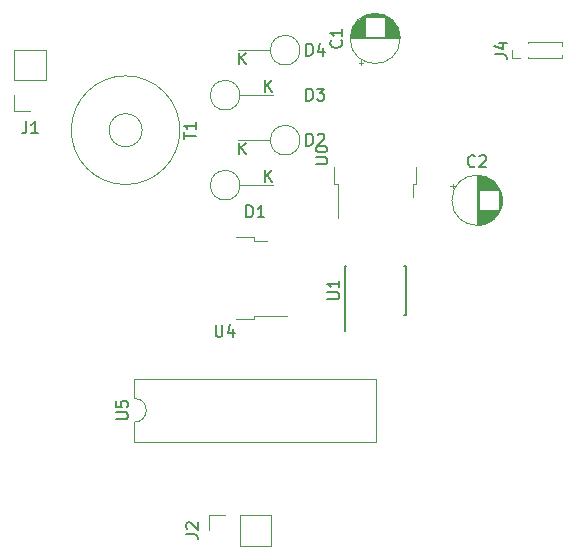
<source format=gbr>
G04 #@! TF.GenerationSoftware,KiCad,Pcbnew,(5.0.0)*
G04 #@! TF.CreationDate,2022-12-05T21:19:23-03:00*
G04 #@! TF.ProjectId,Projeto final,50726F6A65746F2066696E616C2E6B69,rev?*
G04 #@! TF.SameCoordinates,Original*
G04 #@! TF.FileFunction,Legend,Top*
G04 #@! TF.FilePolarity,Positive*
%FSLAX46Y46*%
G04 Gerber Fmt 4.6, Leading zero omitted, Abs format (unit mm)*
G04 Created by KiCad (PCBNEW (5.0.0)) date 12/05/22 21:19:23*
%MOMM*%
%LPD*%
G01*
G04 APERTURE LIST*
%ADD10C,0.120000*%
%ADD11C,0.150000*%
G04 APERTURE END LIST*
D10*
G04 #@! TO.C,C1*
X140600000Y-80430000D02*
G75*
G03X140600000Y-80430000I-2120000J0D01*
G01*
X136400000Y-80430000D02*
X140560000Y-80430000D01*
X136400000Y-80390000D02*
X140560000Y-80390000D01*
X136401000Y-80350000D02*
X140559000Y-80350000D01*
X136403000Y-80310000D02*
X140557000Y-80310000D01*
X136406000Y-80270000D02*
X140554000Y-80270000D01*
X136409000Y-80230000D02*
X137640000Y-80230000D01*
X139320000Y-80230000D02*
X140551000Y-80230000D01*
X136413000Y-80190000D02*
X137640000Y-80190000D01*
X139320000Y-80190000D02*
X140547000Y-80190000D01*
X136418000Y-80150000D02*
X137640000Y-80150000D01*
X139320000Y-80150000D02*
X140542000Y-80150000D01*
X136424000Y-80110000D02*
X137640000Y-80110000D01*
X139320000Y-80110000D02*
X140536000Y-80110000D01*
X136430000Y-80070000D02*
X137640000Y-80070000D01*
X139320000Y-80070000D02*
X140530000Y-80070000D01*
X136438000Y-80030000D02*
X137640000Y-80030000D01*
X139320000Y-80030000D02*
X140522000Y-80030000D01*
X136446000Y-79990000D02*
X137640000Y-79990000D01*
X139320000Y-79990000D02*
X140514000Y-79990000D01*
X136455000Y-79950000D02*
X137640000Y-79950000D01*
X139320000Y-79950000D02*
X140505000Y-79950000D01*
X136464000Y-79910000D02*
X137640000Y-79910000D01*
X139320000Y-79910000D02*
X140496000Y-79910000D01*
X136475000Y-79870000D02*
X137640000Y-79870000D01*
X139320000Y-79870000D02*
X140485000Y-79870000D01*
X136486000Y-79830000D02*
X137640000Y-79830000D01*
X139320000Y-79830000D02*
X140474000Y-79830000D01*
X136498000Y-79790000D02*
X137640000Y-79790000D01*
X139320000Y-79790000D02*
X140462000Y-79790000D01*
X136512000Y-79750000D02*
X137640000Y-79750000D01*
X139320000Y-79750000D02*
X140448000Y-79750000D01*
X136526000Y-79709000D02*
X137640000Y-79709000D01*
X139320000Y-79709000D02*
X140434000Y-79709000D01*
X136540000Y-79669000D02*
X137640000Y-79669000D01*
X139320000Y-79669000D02*
X140420000Y-79669000D01*
X136556000Y-79629000D02*
X137640000Y-79629000D01*
X139320000Y-79629000D02*
X140404000Y-79629000D01*
X136573000Y-79589000D02*
X137640000Y-79589000D01*
X139320000Y-79589000D02*
X140387000Y-79589000D01*
X136591000Y-79549000D02*
X137640000Y-79549000D01*
X139320000Y-79549000D02*
X140369000Y-79549000D01*
X136610000Y-79509000D02*
X137640000Y-79509000D01*
X139320000Y-79509000D02*
X140350000Y-79509000D01*
X136629000Y-79469000D02*
X137640000Y-79469000D01*
X139320000Y-79469000D02*
X140331000Y-79469000D01*
X136650000Y-79429000D02*
X137640000Y-79429000D01*
X139320000Y-79429000D02*
X140310000Y-79429000D01*
X136672000Y-79389000D02*
X137640000Y-79389000D01*
X139320000Y-79389000D02*
X140288000Y-79389000D01*
X136695000Y-79349000D02*
X137640000Y-79349000D01*
X139320000Y-79349000D02*
X140265000Y-79349000D01*
X136720000Y-79309000D02*
X137640000Y-79309000D01*
X139320000Y-79309000D02*
X140240000Y-79309000D01*
X136745000Y-79269000D02*
X137640000Y-79269000D01*
X139320000Y-79269000D02*
X140215000Y-79269000D01*
X136772000Y-79229000D02*
X137640000Y-79229000D01*
X139320000Y-79229000D02*
X140188000Y-79229000D01*
X136800000Y-79189000D02*
X137640000Y-79189000D01*
X139320000Y-79189000D02*
X140160000Y-79189000D01*
X136830000Y-79149000D02*
X137640000Y-79149000D01*
X139320000Y-79149000D02*
X140130000Y-79149000D01*
X136861000Y-79109000D02*
X137640000Y-79109000D01*
X139320000Y-79109000D02*
X140099000Y-79109000D01*
X136893000Y-79069000D02*
X137640000Y-79069000D01*
X139320000Y-79069000D02*
X140067000Y-79069000D01*
X136928000Y-79029000D02*
X137640000Y-79029000D01*
X139320000Y-79029000D02*
X140032000Y-79029000D01*
X136964000Y-78989000D02*
X137640000Y-78989000D01*
X139320000Y-78989000D02*
X139996000Y-78989000D01*
X137002000Y-78949000D02*
X137640000Y-78949000D01*
X139320000Y-78949000D02*
X139958000Y-78949000D01*
X137042000Y-78909000D02*
X137640000Y-78909000D01*
X139320000Y-78909000D02*
X139918000Y-78909000D01*
X137084000Y-78869000D02*
X137640000Y-78869000D01*
X139320000Y-78869000D02*
X139876000Y-78869000D01*
X137129000Y-78829000D02*
X137640000Y-78829000D01*
X139320000Y-78829000D02*
X139831000Y-78829000D01*
X137176000Y-78789000D02*
X137640000Y-78789000D01*
X139320000Y-78789000D02*
X139784000Y-78789000D01*
X137226000Y-78749000D02*
X137640000Y-78749000D01*
X139320000Y-78749000D02*
X139734000Y-78749000D01*
X137280000Y-78709000D02*
X137640000Y-78709000D01*
X139320000Y-78709000D02*
X139680000Y-78709000D01*
X137338000Y-78669000D02*
X137640000Y-78669000D01*
X139320000Y-78669000D02*
X139622000Y-78669000D01*
X137400000Y-78629000D02*
X137640000Y-78629000D01*
X139320000Y-78629000D02*
X139560000Y-78629000D01*
X137467000Y-78589000D02*
X139493000Y-78589000D01*
X137540000Y-78549000D02*
X139420000Y-78549000D01*
X137621000Y-78509000D02*
X139339000Y-78509000D01*
X137712000Y-78469000D02*
X139248000Y-78469000D01*
X137816000Y-78429000D02*
X139144000Y-78429000D01*
X137943000Y-78389000D02*
X139017000Y-78389000D01*
X138110000Y-78349000D02*
X138850000Y-78349000D01*
X137285000Y-82699801D02*
X137285000Y-82299801D01*
X137085000Y-82499801D02*
X137485000Y-82499801D01*
G04 #@! TO.C,C2*
X145030199Y-92735000D02*
X145030199Y-93135000D01*
X144830199Y-92935000D02*
X145230199Y-92935000D01*
X149181000Y-93760000D02*
X149181000Y-94500000D01*
X149141000Y-93593000D02*
X149141000Y-94667000D01*
X149101000Y-93466000D02*
X149101000Y-94794000D01*
X149061000Y-93362000D02*
X149061000Y-94898000D01*
X149021000Y-93271000D02*
X149021000Y-94989000D01*
X148981000Y-93190000D02*
X148981000Y-95070000D01*
X148941000Y-93117000D02*
X148941000Y-95143000D01*
X148901000Y-94970000D02*
X148901000Y-95210000D01*
X148901000Y-93050000D02*
X148901000Y-93290000D01*
X148861000Y-94970000D02*
X148861000Y-95272000D01*
X148861000Y-92988000D02*
X148861000Y-93290000D01*
X148821000Y-94970000D02*
X148821000Y-95330000D01*
X148821000Y-92930000D02*
X148821000Y-93290000D01*
X148781000Y-94970000D02*
X148781000Y-95384000D01*
X148781000Y-92876000D02*
X148781000Y-93290000D01*
X148741000Y-94970000D02*
X148741000Y-95434000D01*
X148741000Y-92826000D02*
X148741000Y-93290000D01*
X148701000Y-94970000D02*
X148701000Y-95481000D01*
X148701000Y-92779000D02*
X148701000Y-93290000D01*
X148661000Y-94970000D02*
X148661000Y-95526000D01*
X148661000Y-92734000D02*
X148661000Y-93290000D01*
X148621000Y-94970000D02*
X148621000Y-95568000D01*
X148621000Y-92692000D02*
X148621000Y-93290000D01*
X148581000Y-94970000D02*
X148581000Y-95608000D01*
X148581000Y-92652000D02*
X148581000Y-93290000D01*
X148541000Y-94970000D02*
X148541000Y-95646000D01*
X148541000Y-92614000D02*
X148541000Y-93290000D01*
X148501000Y-94970000D02*
X148501000Y-95682000D01*
X148501000Y-92578000D02*
X148501000Y-93290000D01*
X148461000Y-94970000D02*
X148461000Y-95717000D01*
X148461000Y-92543000D02*
X148461000Y-93290000D01*
X148421000Y-94970000D02*
X148421000Y-95749000D01*
X148421000Y-92511000D02*
X148421000Y-93290000D01*
X148381000Y-94970000D02*
X148381000Y-95780000D01*
X148381000Y-92480000D02*
X148381000Y-93290000D01*
X148341000Y-94970000D02*
X148341000Y-95810000D01*
X148341000Y-92450000D02*
X148341000Y-93290000D01*
X148301000Y-94970000D02*
X148301000Y-95838000D01*
X148301000Y-92422000D02*
X148301000Y-93290000D01*
X148261000Y-94970000D02*
X148261000Y-95865000D01*
X148261000Y-92395000D02*
X148261000Y-93290000D01*
X148221000Y-94970000D02*
X148221000Y-95890000D01*
X148221000Y-92370000D02*
X148221000Y-93290000D01*
X148181000Y-94970000D02*
X148181000Y-95915000D01*
X148181000Y-92345000D02*
X148181000Y-93290000D01*
X148141000Y-94970000D02*
X148141000Y-95938000D01*
X148141000Y-92322000D02*
X148141000Y-93290000D01*
X148101000Y-94970000D02*
X148101000Y-95960000D01*
X148101000Y-92300000D02*
X148101000Y-93290000D01*
X148061000Y-94970000D02*
X148061000Y-95981000D01*
X148061000Y-92279000D02*
X148061000Y-93290000D01*
X148021000Y-94970000D02*
X148021000Y-96000000D01*
X148021000Y-92260000D02*
X148021000Y-93290000D01*
X147981000Y-94970000D02*
X147981000Y-96019000D01*
X147981000Y-92241000D02*
X147981000Y-93290000D01*
X147941000Y-94970000D02*
X147941000Y-96037000D01*
X147941000Y-92223000D02*
X147941000Y-93290000D01*
X147901000Y-94970000D02*
X147901000Y-96054000D01*
X147901000Y-92206000D02*
X147901000Y-93290000D01*
X147861000Y-94970000D02*
X147861000Y-96070000D01*
X147861000Y-92190000D02*
X147861000Y-93290000D01*
X147821000Y-94970000D02*
X147821000Y-96084000D01*
X147821000Y-92176000D02*
X147821000Y-93290000D01*
X147780000Y-94970000D02*
X147780000Y-96098000D01*
X147780000Y-92162000D02*
X147780000Y-93290000D01*
X147740000Y-94970000D02*
X147740000Y-96112000D01*
X147740000Y-92148000D02*
X147740000Y-93290000D01*
X147700000Y-94970000D02*
X147700000Y-96124000D01*
X147700000Y-92136000D02*
X147700000Y-93290000D01*
X147660000Y-94970000D02*
X147660000Y-96135000D01*
X147660000Y-92125000D02*
X147660000Y-93290000D01*
X147620000Y-94970000D02*
X147620000Y-96146000D01*
X147620000Y-92114000D02*
X147620000Y-93290000D01*
X147580000Y-94970000D02*
X147580000Y-96155000D01*
X147580000Y-92105000D02*
X147580000Y-93290000D01*
X147540000Y-94970000D02*
X147540000Y-96164000D01*
X147540000Y-92096000D02*
X147540000Y-93290000D01*
X147500000Y-94970000D02*
X147500000Y-96172000D01*
X147500000Y-92088000D02*
X147500000Y-93290000D01*
X147460000Y-94970000D02*
X147460000Y-96180000D01*
X147460000Y-92080000D02*
X147460000Y-93290000D01*
X147420000Y-94970000D02*
X147420000Y-96186000D01*
X147420000Y-92074000D02*
X147420000Y-93290000D01*
X147380000Y-94970000D02*
X147380000Y-96192000D01*
X147380000Y-92068000D02*
X147380000Y-93290000D01*
X147340000Y-94970000D02*
X147340000Y-96197000D01*
X147340000Y-92063000D02*
X147340000Y-93290000D01*
X147300000Y-94970000D02*
X147300000Y-96201000D01*
X147300000Y-92059000D02*
X147300000Y-93290000D01*
X147260000Y-92056000D02*
X147260000Y-96204000D01*
X147220000Y-92053000D02*
X147220000Y-96207000D01*
X147180000Y-92051000D02*
X147180000Y-96209000D01*
X147140000Y-92050000D02*
X147140000Y-96210000D01*
X147100000Y-92050000D02*
X147100000Y-96210000D01*
X149220000Y-94130000D02*
G75*
G03X149220000Y-94130000I-2120000J0D01*
G01*
G04 #@! TO.C,D1*
X127035660Y-92860000D02*
G75*
G03X127035660Y-92860000I-1255660J0D01*
G01*
X127035660Y-92860000D02*
X129810000Y-92860000D01*
G04 #@! TO.C,D2*
X132115660Y-89050000D02*
G75*
G03X132115660Y-89050000I-1255660J0D01*
G01*
X129604340Y-89050000D02*
X126830000Y-89050000D01*
G04 #@! TO.C,D3*
X127035660Y-85240000D02*
X129810000Y-85240000D01*
X127035660Y-85240000D02*
G75*
G03X127035660Y-85240000I-1255660J0D01*
G01*
G04 #@! TO.C,D4*
X129604340Y-81430000D02*
X126830000Y-81430000D01*
X132115660Y-81430000D02*
G75*
G03X132115660Y-81430000I-1255660J0D01*
G01*
G04 #@! TO.C,J1*
X110600000Y-83970000D02*
X107940000Y-83970000D01*
X110600000Y-83970000D02*
X110600000Y-81370000D01*
X110600000Y-81370000D02*
X107940000Y-81370000D01*
X107940000Y-83970000D02*
X107940000Y-81370000D01*
X107940000Y-86570000D02*
X107940000Y-85240000D01*
X109270000Y-86570000D02*
X107940000Y-86570000D01*
G04 #@! TO.C,J2*
X124450000Y-122070000D02*
X124450000Y-120740000D01*
X124450000Y-120740000D02*
X125780000Y-120740000D01*
X127050000Y-120740000D02*
X129650000Y-120740000D01*
X129650000Y-123400000D02*
X129650000Y-120740000D01*
X127050000Y-123400000D02*
X129650000Y-123400000D01*
X127050000Y-123400000D02*
X127050000Y-120740000D01*
G04 #@! TO.C,J4*
X154280000Y-82125000D02*
X154280000Y-81824493D01*
X154280000Y-81035507D02*
X154280000Y-80735000D01*
X151405000Y-82125000D02*
X154280000Y-82125000D01*
X151405000Y-80735000D02*
X154280000Y-80735000D01*
X151405000Y-82125000D02*
X151405000Y-82038276D01*
X151405000Y-80821724D02*
X151405000Y-80735000D01*
X150720000Y-82125000D02*
X150035000Y-82125000D01*
X150035000Y-82125000D02*
X150035000Y-81430000D01*
G04 #@! TO.C,T1*
X118753567Y-88200000D02*
G75*
G03X118753567Y-88200000I-1403567J0D01*
G01*
X121951087Y-88200000D02*
G75*
G03X121951087Y-88200000I-4601087J0D01*
G01*
G04 #@! TO.C,U0*
X135030000Y-91290000D02*
X135030000Y-92790000D01*
X135030000Y-92790000D02*
X135300000Y-92790000D01*
X135300000Y-92790000D02*
X135300000Y-95620000D01*
X141930000Y-91290000D02*
X141930000Y-92790000D01*
X141930000Y-92790000D02*
X141660000Y-92790000D01*
X141660000Y-92790000D02*
X141660000Y-93890000D01*
D11*
G04 #@! TO.C,U1*
X135905000Y-103825000D02*
X135955000Y-103825000D01*
X135905000Y-99675000D02*
X136050000Y-99675000D01*
X141055000Y-99675000D02*
X140910000Y-99675000D01*
X141055000Y-103825000D02*
X140910000Y-103825000D01*
X135905000Y-103825000D02*
X135905000Y-99675000D01*
X141055000Y-103825000D02*
X141055000Y-99675000D01*
X135955000Y-103825000D02*
X135955000Y-105225000D01*
D10*
G04 #@! TO.C,U4*
X128215000Y-97555000D02*
X129315000Y-97555000D01*
X128215000Y-97285000D02*
X128215000Y-97555000D01*
X126715000Y-97285000D02*
X128215000Y-97285000D01*
X128215000Y-103915000D02*
X131045000Y-103915000D01*
X128215000Y-104185000D02*
X128215000Y-103915000D01*
X126715000Y-104185000D02*
X128215000Y-104185000D01*
G04 #@! TO.C,U5*
X118100000Y-110910000D02*
G75*
G02X118100000Y-112910000I0J-1000000D01*
G01*
X118100000Y-112910000D02*
X118100000Y-114560000D01*
X118100000Y-114560000D02*
X138540000Y-114560000D01*
X138540000Y-114560000D02*
X138540000Y-109260000D01*
X138540000Y-109260000D02*
X118100000Y-109260000D01*
X118100000Y-109260000D02*
X118100000Y-110910000D01*
G04 #@! TO.C,C1*
D11*
X135587142Y-80596666D02*
X135634761Y-80644285D01*
X135682380Y-80787142D01*
X135682380Y-80882380D01*
X135634761Y-81025238D01*
X135539523Y-81120476D01*
X135444285Y-81168095D01*
X135253809Y-81215714D01*
X135110952Y-81215714D01*
X134920476Y-81168095D01*
X134825238Y-81120476D01*
X134729999Y-81025238D01*
X134682380Y-80882380D01*
X134682380Y-80787142D01*
X134729999Y-80644285D01*
X134777619Y-80596666D01*
X135682380Y-79644285D02*
X135682380Y-80215714D01*
X135682380Y-79930000D02*
X134682380Y-79930000D01*
X134825238Y-80025238D01*
X134920476Y-80120476D01*
X134968095Y-80215714D01*
G04 #@! TO.C,C2*
X146933333Y-91237142D02*
X146885714Y-91284761D01*
X146742857Y-91332380D01*
X146647619Y-91332380D01*
X146504761Y-91284761D01*
X146409523Y-91189523D01*
X146361904Y-91094285D01*
X146314285Y-90903809D01*
X146314285Y-90760952D01*
X146361904Y-90570476D01*
X146409523Y-90475238D01*
X146504761Y-90380000D01*
X146647619Y-90332380D01*
X146742857Y-90332380D01*
X146885714Y-90380000D01*
X146933333Y-90427619D01*
X147314285Y-90427619D02*
X147361904Y-90380000D01*
X147457142Y-90332380D01*
X147695238Y-90332380D01*
X147790476Y-90380000D01*
X147838095Y-90427619D01*
X147885714Y-90522857D01*
X147885714Y-90618095D01*
X147838095Y-90760952D01*
X147266666Y-91332380D01*
X147885714Y-91332380D01*
G04 #@! TO.C,D1*
X127581904Y-95568040D02*
X127581904Y-94568040D01*
X127819999Y-94568040D01*
X127962857Y-94615660D01*
X128058095Y-94710898D01*
X128105714Y-94806136D01*
X128153333Y-94996612D01*
X128153333Y-95139469D01*
X128105714Y-95329945D01*
X128058095Y-95425183D01*
X127962857Y-95520421D01*
X127819999Y-95568040D01*
X127581904Y-95568040D01*
X129105714Y-95568040D02*
X128534285Y-95568040D01*
X128819999Y-95568040D02*
X128819999Y-94568040D01*
X128724761Y-94710898D01*
X128629523Y-94806136D01*
X128534285Y-94853755D01*
X129148095Y-92562380D02*
X129148095Y-91562380D01*
X129719523Y-92562380D02*
X129290952Y-91990952D01*
X129719523Y-91562380D02*
X129148095Y-92133809D01*
G04 #@! TO.C,D2*
X132661904Y-89502380D02*
X132661904Y-88502380D01*
X132899999Y-88502380D01*
X133042857Y-88550000D01*
X133138095Y-88645238D01*
X133185714Y-88740476D01*
X133233333Y-88930952D01*
X133233333Y-89073809D01*
X133185714Y-89264285D01*
X133138095Y-89359523D01*
X133042857Y-89454761D01*
X132899999Y-89502380D01*
X132661904Y-89502380D01*
X133614285Y-88597619D02*
X133661904Y-88550000D01*
X133757142Y-88502380D01*
X133995238Y-88502380D01*
X134090476Y-88550000D01*
X134138095Y-88597619D01*
X134185714Y-88692857D01*
X134185714Y-88788095D01*
X134138095Y-88930952D01*
X133566666Y-89502380D01*
X134185714Y-89502380D01*
X126968095Y-90252380D02*
X126968095Y-89252380D01*
X127539523Y-90252380D02*
X127110952Y-89680952D01*
X127539523Y-89252380D02*
X126968095Y-89823809D01*
G04 #@! TO.C,D3*
X132661904Y-85692380D02*
X132661904Y-84692380D01*
X132899999Y-84692380D01*
X133042857Y-84740000D01*
X133138095Y-84835238D01*
X133185714Y-84930476D01*
X133233333Y-85120952D01*
X133233333Y-85263809D01*
X133185714Y-85454285D01*
X133138095Y-85549523D01*
X133042857Y-85644761D01*
X132899999Y-85692380D01*
X132661904Y-85692380D01*
X133566666Y-84692380D02*
X134185714Y-84692380D01*
X133852380Y-85073333D01*
X133995238Y-85073333D01*
X134090476Y-85120952D01*
X134138095Y-85168571D01*
X134185714Y-85263809D01*
X134185714Y-85501904D01*
X134138095Y-85597142D01*
X134090476Y-85644761D01*
X133995238Y-85692380D01*
X133709523Y-85692380D01*
X133614285Y-85644761D01*
X133566666Y-85597142D01*
X129148095Y-84942380D02*
X129148095Y-83942380D01*
X129719523Y-84942380D02*
X129290952Y-84370952D01*
X129719523Y-83942380D02*
X129148095Y-84513809D01*
G04 #@! TO.C,D4*
X132661904Y-81882380D02*
X132661904Y-80882380D01*
X132899999Y-80882380D01*
X133042857Y-80930000D01*
X133138095Y-81025238D01*
X133185714Y-81120476D01*
X133233333Y-81310952D01*
X133233333Y-81453809D01*
X133185714Y-81644285D01*
X133138095Y-81739523D01*
X133042857Y-81834761D01*
X132899999Y-81882380D01*
X132661904Y-81882380D01*
X134090476Y-81215714D02*
X134090476Y-81882380D01*
X133852380Y-80834761D02*
X133614285Y-81549047D01*
X134233333Y-81549047D01*
X126968095Y-82632380D02*
X126968095Y-81632380D01*
X127539523Y-82632380D02*
X127110952Y-82060952D01*
X127539523Y-81632380D02*
X126968095Y-82203809D01*
G04 #@! TO.C,J1*
X108936666Y-87462380D02*
X108936666Y-88176666D01*
X108889047Y-88319523D01*
X108793809Y-88414761D01*
X108650952Y-88462380D01*
X108555714Y-88462380D01*
X109936666Y-88462380D02*
X109365238Y-88462380D01*
X109650952Y-88462380D02*
X109650952Y-87462380D01*
X109555714Y-87605238D01*
X109460476Y-87700476D01*
X109365238Y-87748095D01*
G04 #@! TO.C,J2*
X122462380Y-122403333D02*
X123176666Y-122403333D01*
X123319523Y-122450952D01*
X123414761Y-122546190D01*
X123462380Y-122689047D01*
X123462380Y-122784285D01*
X122557619Y-121974761D02*
X122510000Y-121927142D01*
X122462380Y-121831904D01*
X122462380Y-121593809D01*
X122510000Y-121498571D01*
X122557619Y-121450952D01*
X122652857Y-121403333D01*
X122748095Y-121403333D01*
X122890952Y-121450952D01*
X123462380Y-122022380D01*
X123462380Y-121403333D01*
G04 #@! TO.C,J4*
X148612380Y-81763333D02*
X149326666Y-81763333D01*
X149469523Y-81810952D01*
X149564761Y-81906190D01*
X149612380Y-82049047D01*
X149612380Y-82144285D01*
X148945714Y-80858571D02*
X149612380Y-80858571D01*
X148564761Y-81096666D02*
X149279047Y-81334761D01*
X149279047Y-80715714D01*
G04 #@! TO.C,T1*
X122302380Y-88961904D02*
X122302380Y-88390476D01*
X123302380Y-88676190D02*
X122302380Y-88676190D01*
X123302380Y-87533333D02*
X123302380Y-88104761D01*
X123302380Y-87819047D02*
X122302380Y-87819047D01*
X122445238Y-87914285D01*
X122540476Y-88009523D01*
X122588095Y-88104761D01*
G04 #@! TO.C,U0*
X133432380Y-91081904D02*
X134241904Y-91081904D01*
X134337142Y-91034285D01*
X134384761Y-90986666D01*
X134432380Y-90891428D01*
X134432380Y-90700952D01*
X134384761Y-90605714D01*
X134337142Y-90558095D01*
X134241904Y-90510476D01*
X133432380Y-90510476D01*
X133432380Y-89843809D02*
X133432380Y-89748571D01*
X133480000Y-89653333D01*
X133527619Y-89605714D01*
X133622857Y-89558095D01*
X133813333Y-89510476D01*
X134051428Y-89510476D01*
X134241904Y-89558095D01*
X134337142Y-89605714D01*
X134384761Y-89653333D01*
X134432380Y-89748571D01*
X134432380Y-89843809D01*
X134384761Y-89939047D01*
X134337142Y-89986666D01*
X134241904Y-90034285D01*
X134051428Y-90081904D01*
X133813333Y-90081904D01*
X133622857Y-90034285D01*
X133527619Y-89986666D01*
X133480000Y-89939047D01*
X133432380Y-89843809D01*
G04 #@! TO.C,U1*
X134432380Y-102511904D02*
X135241904Y-102511904D01*
X135337142Y-102464285D01*
X135384761Y-102416666D01*
X135432380Y-102321428D01*
X135432380Y-102130952D01*
X135384761Y-102035714D01*
X135337142Y-101988095D01*
X135241904Y-101940476D01*
X134432380Y-101940476D01*
X135432380Y-100940476D02*
X135432380Y-101511904D01*
X135432380Y-101226190D02*
X134432380Y-101226190D01*
X134575238Y-101321428D01*
X134670476Y-101416666D01*
X134718095Y-101511904D01*
G04 #@! TO.C,U4*
X124983095Y-104687380D02*
X124983095Y-105496904D01*
X125030714Y-105592142D01*
X125078333Y-105639761D01*
X125173571Y-105687380D01*
X125364047Y-105687380D01*
X125459285Y-105639761D01*
X125506904Y-105592142D01*
X125554523Y-105496904D01*
X125554523Y-104687380D01*
X126459285Y-105020714D02*
X126459285Y-105687380D01*
X126221190Y-104639761D02*
X125983095Y-105354047D01*
X126602142Y-105354047D01*
G04 #@! TO.C,U5*
X116552380Y-112671904D02*
X117361904Y-112671904D01*
X117457142Y-112624285D01*
X117504761Y-112576666D01*
X117552380Y-112481428D01*
X117552380Y-112290952D01*
X117504761Y-112195714D01*
X117457142Y-112148095D01*
X117361904Y-112100476D01*
X116552380Y-112100476D01*
X116552380Y-111148095D02*
X116552380Y-111624285D01*
X117028571Y-111671904D01*
X116980952Y-111624285D01*
X116933333Y-111529047D01*
X116933333Y-111290952D01*
X116980952Y-111195714D01*
X117028571Y-111148095D01*
X117123809Y-111100476D01*
X117361904Y-111100476D01*
X117457142Y-111148095D01*
X117504761Y-111195714D01*
X117552380Y-111290952D01*
X117552380Y-111529047D01*
X117504761Y-111624285D01*
X117457142Y-111671904D01*
G04 #@! TD*
M02*

</source>
